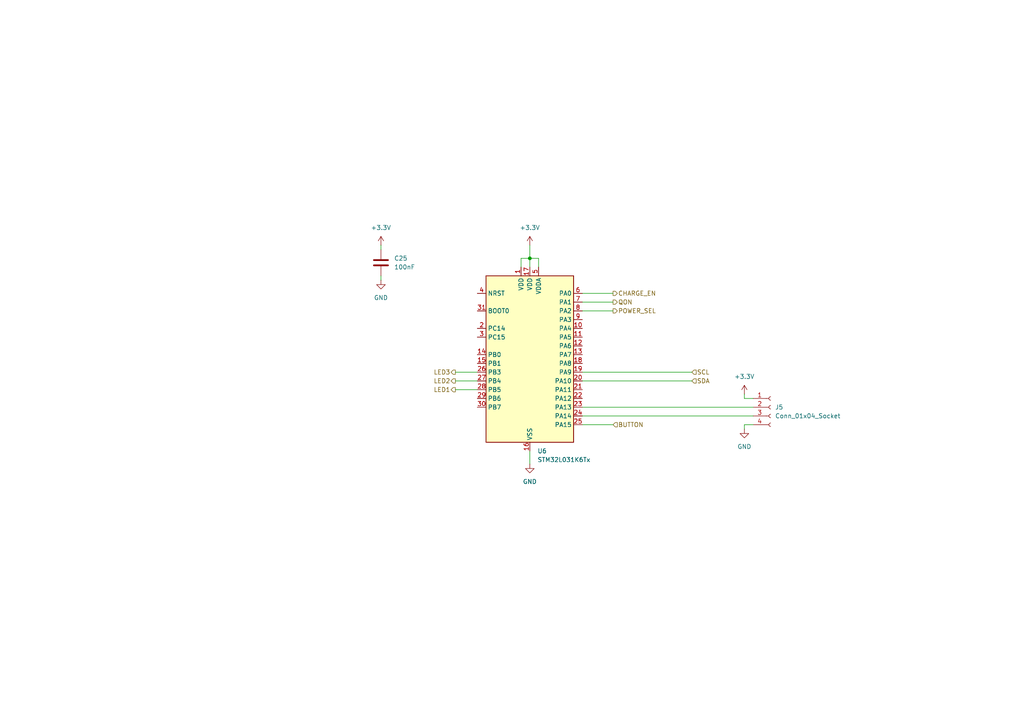
<source format=kicad_sch>
(kicad_sch (version 20231120) (generator "eeschema") (generator_version "8.0")
  (paper "A4")
  (lib_symbols
    (symbol "Connector:Conn_01x04_Socket" (pin_names (offset 1.016) hide)
      (property "Reference" "J" (at 0 5.08 0))
      (property "Value" "Conn_01x04_Socket" (at 0 -7.62 0))
      (symbol "Conn_01x04_Socket_1_1"
        (arc (start 0 -4.572) (mid -0.5058 -5.08) (end 0 -5.588) (stroke (width 0.1524)))
        (arc (start 0 -2.032) (mid -0.5058 -2.54) (end 0 -3.048) (stroke (width 0.1524)))
        (polyline (pts (xy -1.27 -5.08) (xy -0.508 -5.08)) (stroke (width 0.1524)))
        (polyline (pts (xy -1.27 -2.54) (xy -0.508 -2.54)) (stroke (width 0.1524)))
        (polyline (pts (xy -1.27 0) (xy -0.508 0)) (stroke (width 0.1524)))
        (polyline (pts (xy -1.27 2.54) (xy -0.508 2.54)) (stroke (width 0.1524)))
        (arc (start 0 0.508) (mid -0.5058 0) (end 0 -0.508) (stroke (width 0.1524)))
        (arc (start 0 3.048) (mid -0.5058 2.54) (end 0 2.032) (stroke (width 0.1524)))
        (pin passive line (at -5.08 2.54 0) (length 3.81) (name "Pin_1") (number "1"))
        (pin passive line (at -5.08 0 0) (length 3.81) (name "Pin_2") (number "2"))
        (pin passive line (at -5.08 -2.54 0) (length 3.81) (name "Pin_3") (number "3"))
        (pin passive line (at -5.08 -5.08 0) (length 3.81) (name "Pin_4") (number "4"))
      )
    )
    (symbol "Device:C" (pin_numbers hide) (pin_names (offset 0.254))
      (property "Reference" "C" (at 0.635 2.54 0))
      (property "Value" "C" (at 0.635 -2.54 0))
      (symbol "C_0_1"
        (polyline (pts (xy -2.032 -0.762) (xy 2.032 -0.762)) (stroke (width 0.508)))
        (polyline (pts (xy -2.032 0.762) (xy 2.032 0.762)) (stroke (width 0.508)))
      )
      (symbol "C_1_1"
        (pin passive line (at 0 3.81 270) (length 2.794) (name "~") (number "1"))
        (pin passive line (at 0 -3.81 90) (length 2.794) (name "~") (number "2"))
      )
    )
    (symbol "MCU_ST_STM32L0:STM32L031K6Tx"
      (property "Reference" "U" (at -12.7 26.67 0))
      (property "Value" "STM32L031K6Tx" (at 5.08 26.67 0))
      (symbol "STM32L031K6Tx_0_1"
        (rectangle (start -12.7 -22.86) (end 12.7 25.4) (stroke (width 0.254)) (fill (type background)))
      )
      (symbol "STM32L031K6Tx_1_1"
        (pin power_in line (at -2.54 27.94 270) (length 2.54) (name "VDD") (number "1"))
        (pin bidirectional line (at 15.24 10.16 180) (length 2.54) (name "PA4") (number "10"))
        (pin bidirectional line (at 15.24 7.62 180) (length 2.54) (name "PA5") (number "11"))
        (pin bidirectional line (at 15.24 5.08 180) (length 2.54) (name "PA6") (number "12"))
        (pin bidirectional line (at 15.24 2.54 180) (length 2.54) (name "PA7") (number "13"))
        (pin bidirectional line (at -15.24 2.54 0) (length 2.54) (name "PB0") (number "14"))
        (pin bidirectional line (at -15.24 0 0) (length 2.54) (name "PB1") (number "15"))
        (pin power_in line (at 0 -25.4 90) (length 2.54) (name "VSS") (number "16"))
        (pin power_in line (at 0 27.94 270) (length 2.54) (name "VDD") (number "17"))
        (pin bidirectional line (at 15.24 0 180) (length 2.54) (name "PA8") (number "18"))
        (pin bidirectional line (at 15.24 -2.54 180) (length 2.54) (name "PA9") (number "19"))
        (pin bidirectional line (at -15.24 10.16 0) (length 2.54) (name "PC14") (number "2"))
        (pin bidirectional line (at 15.24 -5.08 180) (length 2.54) (name "PA10") (number "20"))
        (pin bidirectional line (at 15.24 -7.62 180) (length 2.54) (name "PA11") (number "21"))
        (pin bidirectional line (at 15.24 -10.16 180) (length 2.54) (name "PA12") (number "22"))
        (pin bidirectional line (at 15.24 -12.7 180) (length 2.54) (name "PA13") (number "23"))
        (pin bidirectional line (at 15.24 -15.24 180) (length 2.54) (name "PA14") (number "24"))
        (pin bidirectional line (at 15.24 -17.78 180) (length 2.54) (name "PA15") (number "25"))
        (pin bidirectional line (at -15.24 -2.54 0) (length 2.54) (name "PB3") (number "26"))
        (pin bidirectional line (at -15.24 -5.08 0) (length 2.54) (name "PB4") (number "27"))
        (pin bidirectional line (at -15.24 -7.62 0) (length 2.54) (name "PB5") (number "28"))
        (pin bidirectional line (at -15.24 -10.16 0) (length 2.54) (name "PB6") (number "29"))
        (pin bidirectional line (at -15.24 7.62 0) (length 2.54) (name "PC15") (number "3"))
        (pin bidirectional line (at -15.24 -12.7 0) (length 2.54) (name "PB7") (number "30"))
        (pin input line (at -15.24 15.24 0) (length 2.54) (name "BOOT0") (number "31"))
        (pin passive line (at 0 -25.4 90) (length 2.54) hide (name "VSS") (number "32"))
        (pin input line (at -15.24 20.32 0) (length 2.54) (name "NRST") (number "4"))
        (pin power_in line (at 2.54 27.94 270) (length 2.54) (name "VDDA") (number "5"))
        (pin bidirectional line (at 15.24 20.32 180) (length 2.54) (name "PA0") (number "6"))
        (pin bidirectional line (at 15.24 17.78 180) (length 2.54) (name "PA1") (number "7"))
        (pin bidirectional line (at 15.24 15.24 180) (length 2.54) (name "PA2") (number "8"))
        (pin bidirectional line (at 15.24 12.7 180) (length 2.54) (name "PA3") (number "9"))
      )
    )
    (symbol "power:+3.3V" (power) (pin_numbers hide) (pin_names (offset 0) hide)
      (property "Value" "+3.3V" (at 0 3.556 0))
      (symbol "+3.3V_0_1"
        (polyline (pts (xy -0.762 1.27) (xy 0 2.54)))
        (polyline (pts (xy 0 0) (xy 0 2.54)))
        (polyline (pts (xy 0 2.54) (xy 0.762 1.27)))
      )
      (symbol "+3.3V_1_1"
        (pin power_in line (at 0 0 90) (length 0) (name "~") (number "1"))
      )
    )
    (symbol "power:GND" (power) (pin_numbers hide) (pin_names (offset 0) hide)
      (property "Value" "GND" (at 0 -3.81 0))
      (symbol "GND_0_1"
        (polyline (pts (xy 0 0) (xy 0 -1.27) (xy 1.27 -1.27) (xy 0 -2.54) (xy -1.27 -1.27) (xy 0 -1.27)))
      )
      (symbol "GND_1_1"
        (pin power_in line (at 0 0 270) (length 0) (name "~") (number "1"))
      )
    )
  )
  (junction (at 153.67 74.93))
  (wire (pts (xy 151.13 74.93) (xy 151.13 77.47)))
  (wire (pts (xy 168.91 120.65) (xy 218.44 120.65)))
  (wire (pts (xy 168.91 90.17) (xy 177.8 90.17)))
  (wire (pts (xy 215.9 115.57) (xy 218.44 115.57)))
  (wire (pts (xy 168.91 110.49) (xy 200.66 110.49)))
  (wire (pts (xy 168.91 123.19) (xy 177.8 123.19)))
  (wire (pts (xy 168.91 107.95) (xy 200.66 107.95)))
  (wire (pts (xy 215.9 114.3) (xy 215.9 115.57)))
  (wire (pts (xy 153.67 74.93) (xy 156.21 74.93)))
  (wire (pts (xy 132.08 107.95) (xy 138.43 107.95)))
  (wire (pts (xy 110.49 71.12) (xy 110.49 72.39)))
  (wire (pts (xy 168.91 118.11) (xy 218.44 118.11)))
  (wire (pts (xy 168.91 87.63) (xy 177.8 87.63)))
  (wire (pts (xy 132.08 113.03) (xy 138.43 113.03)))
  (wire (pts (xy 110.49 80.01) (xy 110.49 81.28)))
  (wire (pts (xy 153.67 74.93) (xy 151.13 74.93)))
  (wire (pts (xy 218.44 123.19) (xy 215.9 123.19)))
  (wire (pts (xy 153.67 130.81) (xy 153.67 134.62)))
  (wire (pts (xy 153.67 74.93) (xy 153.67 77.47)))
  (wire (pts (xy 156.21 74.93) (xy 156.21 77.47)))
  (wire (pts (xy 132.08 110.49) (xy 138.43 110.49)))
  (wire (pts (xy 153.67 71.12) (xy 153.67 74.93)))
  (wire (pts (xy 168.91 85.09) (xy 177.8 85.09)))
  (wire (pts (xy 215.9 123.19) (xy 215.9 124.46)))
  (hierarchical_label "LED2" (shape output) (at 132.08 110.49 180))
  (hierarchical_label "POWER_SEL" (shape output) (at 177.8 90.17 0))
  (hierarchical_label "LED3" (shape output) (at 132.08 107.95 180))
  (hierarchical_label "CHARGE_EN" (shape output) (at 177.8 85.09 0))
  (hierarchical_label "SCL" (shape input) (at 200.66 107.95 0))
  (hierarchical_label "QON" (shape output) (at 177.8 87.63 0))
  (hierarchical_label "LED1" (shape output) (at 132.08 113.03 180))
  (hierarchical_label "BUTTON" (shape input) (at 177.8 123.19 0))
  (hierarchical_label "SDA" (shape input) (at 200.66 110.49 0))
  (symbol (lib_id "power:+3.3V") (at 110.49 71.12 0) (unit 1)
    (property "Reference" "#PWR033" (effects (hide yes)))
    (property "Value" "+3.3V" (at 110.49 66.04 0))
    (property "Description" "Power symbol creates a global label with name \"+3.3V\"" (effects (hide yes)))
  )
  (symbol (lib_id "MCU_ST_STM32L0:STM32L031K6Tx") (at 153.67 105.41 0) (unit 1)
    (property "Reference" "U6" (at 155.8641 130.81 0) (effects (justify left)))
    (property "Value" "STM32L031K6Tx" (at 155.8641 133.35 0) (effects (justify left)))
    (property "Footprint" "Package_QFP:LQFP-32_7x7mm_P0.8mm" (effects (hide yes)))
    (property "Datasheet" "https://www.st.com/resource/en/datasheet/stm32l031k6.pdf" (effects (hide yes)))
    (property "Description" "STMicroelectronics Arm Cortex-M0+ MCU, 32KB flash, 8KB RAM, 32 MHz, 1.65-3.6V, 25 GPIO, LQFP32" (effects (hide yes)))
  )
  (symbol (lib_id "power:GND") (at 153.67 134.62 0) (unit 1)
    (property "Reference" "#PWR036" (effects (hide yes)))
    (property "Value" "GND" (at 153.67 139.7 0))
    (property "Description" "Power symbol creates a global label with name \"GND\" , ground" (effects (hide yes)))
  )
  (symbol (lib_id "Device:C") (at 110.49 76.2 0) (unit 1)
    (property "Reference" "C25" (at 114.3 74.9299 0) (effects (justify left)))
    (property "Value" "100nF" (at 114.3 77.4699 0) (effects (justify left)))
    (property "Footprint" "Capacitor_SMD:C_0603_1608Metric" (effects (hide yes)))
    (property "Description" "Unpolarized capacitor" (effects (hide yes)))
  )
  (symbol (lib_id "Connector:Conn_01x04_Socket") (at 223.52 118.11 0) (unit 1)
    (property "Reference" "J5" (at 224.79 118.1099 0) (effects (justify left)))
    (property "Value" "Conn_01x04_Socket" (at 224.79 120.6499 0) (effects (justify left)))
    (property "Footprint" "Connector_PinHeader_2.54mm:PinHeader_1x04_P2.54mm_Vertical" (effects (hide yes)))
    (property "Description" "Generic connector, single row, 01x04, script generated" (effects (hide yes)))
  )
  (symbol (lib_id "power:GND") (at 215.9 124.46 0) (unit 1)
    (property "Reference" "#PWR038" (effects (hide yes)))
    (property "Value" "GND" (at 215.9 129.54 0))
    (property "Description" "Power symbol creates a global label with name \"GND\" , ground" (effects (hide yes)))
  )
  (symbol (lib_id "power:GND") (at 110.49 81.28 0) (unit 1)
    (property "Reference" "#PWR035" (effects (hide yes)))
    (property "Value" "GND" (at 110.49 86.36 0))
    (property "Description" "Power symbol creates a global label with name \"GND\" , ground" (effects (hide yes)))
  )
  (symbol (lib_id "power:+3.3V") (at 215.9 114.3 0) (unit 1)
    (property "Reference" "#PWR037" (effects (hide yes)))
    (property "Value" "+3.3V" (at 215.9 109.22 0))
    (property "Description" "Power symbol creates a global label with name \"+3.3V\"" (effects (hide yes)))
  )
  (symbol (lib_id "power:+3.3V") (at 153.67 71.12 0) (unit 1)
    (property "Reference" "#PWR034" (effects (hide yes)))
    (property "Value" "+3.3V" (at 153.67 66.04 0))
    (property "Description" "Power symbol creates a global label with name \"+3.3V\"" (effects (hide yes)))
  )
)
</source>
